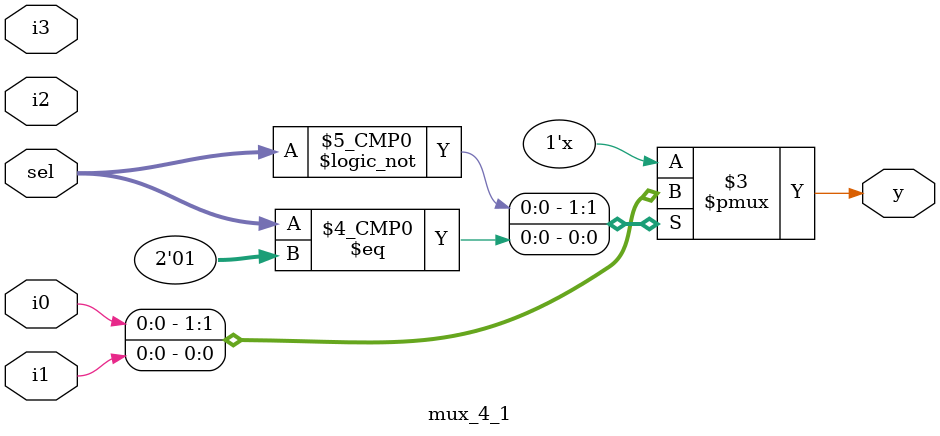
<source format=v>
module mux_4_1(input [1:0]sel,i0,i1,i2,i3,output reg y);
  always @(*) begin
    case(sel)
      1'h0 : y=i0;
      1'h1 : y=i1;
      1'h2 : y=i2;
      1'h3 : y=i3;
      default: $display("Invaild ");
    endcase
  end
endmodule

</source>
